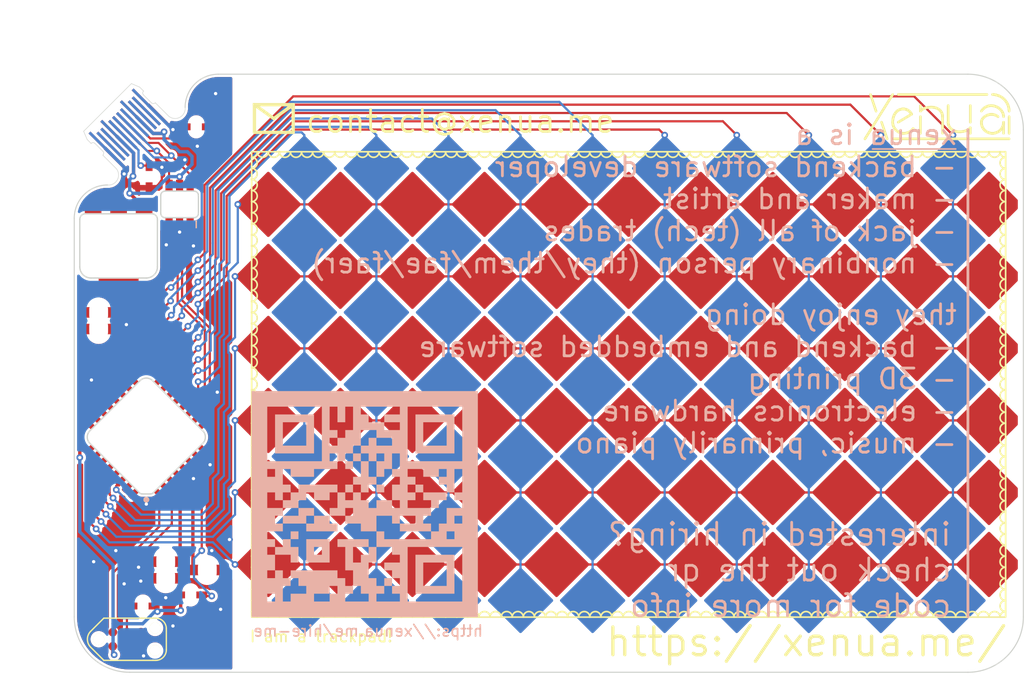
<source format=kicad_pcb>
(kicad_pcb (version 20211014) (generator pcbnew)

  (general
    (thickness 0.6)
  )

  (paper "A4")
  (layers
    (0 "F.Cu" signal)
    (31 "B.Cu" signal)
    (32 "B.Adhes" user "B.Adhesive")
    (33 "F.Adhes" user "F.Adhesive")
    (34 "B.Paste" user)
    (35 "F.Paste" user)
    (36 "B.SilkS" user "B.Silkscreen")
    (37 "F.SilkS" user "F.Silkscreen")
    (38 "B.Mask" user)
    (39 "F.Mask" user)
    (40 "Dwgs.User" user "User.Drawings")
    (41 "Cmts.User" user "User.Comments")
    (42 "Eco1.User" user "User.Eco1")
    (43 "Eco2.User" user "User.Eco2")
    (44 "Edge.Cuts" user)
    (45 "Margin" user)
    (46 "B.CrtYd" user "B.Courtyard")
    (47 "F.CrtYd" user "F.Courtyard")
    (48 "B.Fab" user)
    (49 "F.Fab" user)
    (50 "User.1" user)
    (51 "User.2" user)
    (52 "User.3" user)
    (53 "User.4" user)
    (54 "User.5" user)
    (55 "User.6" user)
    (56 "User.7" user)
    (57 "User.8" user)
    (58 "User.9" user)
  )

  (setup
    (stackup
      (layer "F.SilkS" (type "Top Silk Screen") (color "White"))
      (layer "F.Paste" (type "Top Solder Paste"))
      (layer "F.Mask" (type "Top Solder Mask") (color "Black") (thickness 0.01))
      (layer "F.Cu" (type "copper") (thickness 0.035))
      (layer "dielectric 1" (type "core") (thickness 0.51) (material "FR4") (epsilon_r 4.5) (loss_tangent 0.02))
      (layer "B.Cu" (type "copper") (thickness 0.035))
      (layer "B.Mask" (type "Bottom Solder Mask") (color "Black") (thickness 0.01))
      (layer "B.Paste" (type "Bottom Solder Paste"))
      (layer "B.SilkS" (type "Bottom Silk Screen") (color "White"))
      (copper_finish "HAL lead-free")
      (dielectric_constraints no)
    )
    (pad_to_mask_clearance 0)
    (pcbplotparams
      (layerselection 0x00010fc_ffffffff)
      (disableapertmacros false)
      (usegerberextensions false)
      (usegerberattributes true)
      (usegerberadvancedattributes true)
      (creategerberjobfile true)
      (svguseinch false)
      (svgprecision 6)
      (excludeedgelayer true)
      (plotframeref false)
      (viasonmask false)
      (mode 1)
      (useauxorigin false)
      (hpglpennumber 1)
      (hpglpenspeed 20)
      (hpglpendiameter 15.000000)
      (dxfpolygonmode true)
      (dxfimperialunits true)
      (dxfusepcbnewfont true)
      (psnegative false)
      (psa4output false)
      (plotreference true)
      (plotvalue true)
      (plotinvisibletext false)
      (sketchpadsonfab false)
      (subtractmaskfromsilk false)
      (outputformat 1)
      (mirror false)
      (drillshape 1)
      (scaleselection 1)
      (outputdirectory "")
    )
  )

  (net 0 "")
  (net 1 "GND")
  (net 2 "Net-(C2-Pad2)")
  (net 3 "+3V3")
  (net 4 "unconnected-(J1-PadB8)")
  (net 5 "/DM")
  (net 6 "/DP")
  (net 7 "Net-(J1-PadB5)")
  (net 8 "VBUS")
  (net 9 "Net-(J1-PadA5)")
  (net 10 "unconnected-(J1-PadA8)")
  (net 11 "/SWDIO")
  (net 12 "/RST")
  (net 13 "/SWCLK")
  (net 14 "unconnected-(J2-Pad6)")
  (net 15 "/USBD+")
  (net 16 "/USBD-")
  (net 17 "unconnected-(U3-Pad1)")
  (net 18 "unconnected-(U3-Pad2)")
  (net 19 "/Y0")
  (net 20 "/Y1")
  (net 21 "/Y2")
  (net 22 "/Y3")
  (net 23 "/Y4")
  (net 24 "/Y5")
  (net 25 "/X0")
  (net 26 "/X1")
  (net 27 "/X2")
  (net 28 "/X3")
  (net 29 "unconnected-(U3-Pad15)")
  (net 30 "unconnected-(U3-Pad16)")
  (net 31 "/X4")
  (net 32 "/X5")
  (net 33 "/X6")
  (net 34 "/X7")
  (net 35 "/X10")
  (net 36 "/X11")
  (net 37 "unconnected-(U3-Pad25)")
  (net 38 "unconnected-(U3-Pad27)")

  (footprint "xenua:SOT-223-3_TabPin2_MidMount" (layer "F.Cu") (at 104 115.5 -90))

  (footprint "xenua:SOT-23-6_MidMount" (layer "F.Cu") (at 109.5 111.75 90))

  (footprint "xenua:0603_1608Metric_Pad1.08x0.95mm_MidMount" (layer "F.Cu") (at 102.2 123))

  (footprint "xenua:sig-medium" (layer "F.Cu") (at 171.315002 105.834999))

  (footprint "xenua:0402_1005Metric_Pad0.74x0.62mm_MidMount" (layer "F.Cu") (at 106.2 148 180))

  (footprint "xenua:USB_C_PCB" (layer "F.Cu") (at 103 103 45))

  (footprint "xenua:0402_1005Metric_Pad0.74x0.62mm_MidMount" (layer "F.Cu") (at 111 104.75))

  (footprint "xenua:0603_1608Metric_Pad1.08x0.95mm_MidMount" (layer "F.Cu") (at 108.25 144 180))

  (footprint "xenua:0603_1608Metric_Pad1.08x0.95mm_MidMount" (layer "F.Cu") (at 102.2 121.5))

  (footprint "xenua:0603_1608Metric_Pad1.08x0.95mm_MidMount" (layer "F.Cu") (at 112 144.75 180))

  (footprint "xenua:LQFP-32_7x7mm_P0.8mm_midmount" (layer "F.Cu") (at 106.5 132.75 135))

  (footprint "xenua:0402_1005Metric_Pad0.74x0.62mm_MidMount" (layer "F.Cu") (at 110.5 147 180))

  (footprint "xenua:0402_1005Metric_Pad0.74x0.62mm_MidMount" (layer "F.Cu") (at 106.75 109.25 90))

  (footprint "xenua:0603_1608Metric_Pad1.08x0.95mm_MidMount" (layer "F.Cu") (at 108.25 145.5 180))

  (footprint "xenua:TC2030" (layer "F.Cu") (at 104.75 151))

  (gr_poly
    (pts
      (xy 130.772413 146.889654)
      (xy 130.772413 143.372413)
      (xy 131.475861 143.372413)
      (xy 131.475861 144.075862)
      (xy 131.475861 146.186207)
      (xy 133.586205 146.186207)
      (xy 133.586205 144.075862)
      (xy 131.475861 144.075862)
      (xy 131.475861 143.372413)
      (xy 134.289654 143.372413)
      (xy 134.289654 146.889654)
    ) (layer "B.SilkS") (width 0) (fill solid) (tstamp 1de57649-c458-48c6-919a-81197b6291b2))
  (gr_poly
    (pts
      (xy 118.110346 134.227587)
      (xy 118.110346 130.710346)
      (xy 118.813793 130.710346)
      (xy 118.813793 131.413795)
      (xy 118.813793 133.524139)
      (xy 120.924138 133.524139)
      (xy 120.924138 131.413795)
      (xy 118.813793 131.413795)
      (xy 118.813793 130.710346)
      (xy 121.627587 130.710346)
      (xy 121.627587 134.227587)
    ) (layer "B.SilkS") (width 0) (fill solid) (tstamp 24024531-fdbf-4c71-b8a2-0633f776f61a))
  (gr_poly
    (pts
      (xy 127.255172 137.744828)
      (xy 127.255172 137.04138)
      (xy 127.95862 137.04138)
      (xy 127.95862 137.744828)
    ) (layer "B.SilkS") (width 0) (fill solid) (tstamp 6c1923d3-2542-45b5-9107-6d71b77bc673))
  (gr_poly
    (pts
      (xy 120.924138 144.075862)
      (xy 120.924138 141.965518)
      (xy 121.627587 141.965518)
      (xy 121.627587 142.668966)
      (xy 121.627587 143.372413)
      (xy 122.331034 143.372413)
      (xy 122.331034 142.668966)
      (xy 121.627587 142.668966)
      (xy 121.627587 141.965518)
      (xy 123.034482 141.965518)
      (xy 123.034482 144.075862)
    ) (layer "B.SilkS") (width 0) (fill solid) (tstamp 806aaf2f-ef7f-4422-adb9-f027f0cefdb4))
  (gr_poly
    (pts
      (xy 119.517243 141.965518)
      (xy 119.517243 141.262069)
      (xy 120.22069 141.262069)
      (xy 120.22069 141.965518)
    ) (layer "B.SilkS") (width 0) (fill solid) (tstamp 864bd45d-6255-4fa5-88f1-38a25f945ead))
  (gr_line (start 180.6 105) (end 180.6 148.98) (layer "B.SilkS") (width 0.25) (tstamp 8fecaca3-348c-46fd-8131-f790b33d0973))
  (gr_line (start 179.5 106.75) (end 172 106.75) (layer "B.SilkS") (width 0.15) (tstamp b3501f82-0201-4d77-84df-7ef448dbf020))
  (gr_poly
    (pts
      (xy 130.772413 134.227587)
      (xy 130.772413 130.710346)
      (xy 131.475861 130.710346)
      (xy 131.475861 131.413795)
      (xy 131.475861 133.524139)
      (xy 133.586205 133.524139)
      (xy 133.586205 131.413795)
      (xy 131.475861 131.413795)
      (xy 131.475861 130.710346)
      (xy 134.289654 130.710346)
      (xy 134.289654 134.227587)
    ) (layer "B.SilkS") (width 0) (fill solid) (tstamp cc97ed5c-3760-4c40-a8f6-c8baed4748f1))
  (gr_poly
    (pts
      (xy 116 149)
      (xy 116 128.600002)
      (xy 117.406897 128.600002)
      (xy 117.406897 130.006898)
      (xy 117.406897 134.931036)
      (xy 117.406897 135.634484)
      (xy 117.406897 136.337932)
      (xy 117.406897 137.744828)
      (xy 117.406897 139.151725)
      (xy 118.110346 139.151725)
      (xy 118.110346 139.855173)
      (xy 118.110346 140.558621)
      (xy 118.813793 140.558621)
      (xy 118.813793 139.855173)
      (xy 118.110346 139.855173)
      (xy 118.110346 139.151725)
      (xy 118.813793 139.151725)
      (xy 118.813793 139.855173)
      (xy 120.22069 139.855173)
      (xy 120.22069 139.151725)
      (xy 118.813793 139.151725)
      (xy 118.813793 138.448276)
      (xy 118.110346 138.448276)
      (xy 118.110346 137.744828)
      (xy 117.406897 137.744828)
      (xy 117.406897 136.337932)
      (xy 118.110346 136.337932)
      (xy 118.110346 135.634484)
      (xy 117.406897 135.634484)
      (xy 117.406897 134.931036)
      (xy 122.331034 134.931036)
      (xy 122.331034 130.006898)
      (xy 117.406897 130.006898)
      (xy 117.406897 128.600002)
      (xy 123.034482 128.600002)
      (xy 123.034482 130.006898)
      (xy 123.034482 132.117243)
      (xy 123.034482 132.820691)
      (xy 123.034482 133.524139)
      (xy 123.034482 134.227587)
      (xy 123.034482 134.931036)
      (xy 123.737931 134.931036)
      (xy 123.737931 135.634484)
      (xy 121.627587 135.634484)
      (xy 121.627587 136.337932)
      (xy 119.517243 136.337932)
      (xy 119.517243 135.634484)
      (xy 118.813793 135.634484)
      (xy 118.813793 137.04138)
      (xy 118.813793 137.744828)
      (xy 118.813793 138.448276)
      (xy 119.517243 138.448276)
      (xy 119.517243 137.744828)
      (xy 118.813793 137.744828)
      (xy 118.813793 137.04138)
      (xy 119.517243 137.04138)
      (xy 119.517243 137.744828)
      (xy 120.22069 137.744828)
      (xy 120.22069 137.04138)
      (xy 120.924138 137.04138)
      (xy 120.924138 137.744828)
      (xy 120.924138 138.448276)
      (xy 120.22069 138.448276)
      (xy 120.22069 139.151725)
      (xy 120.924138 139.151725)
      (xy 120.924138 139.855173)
      (xy 120.924138 140.558621)
      (xy 121.627587 140.558621)
      (xy 121.627587 139.855173)
      (xy 120.924138 139.855173)
      (xy 120.924138 139.151725)
      (xy 121.627587 139.151725)
      (xy 121.627587 139.855173)
      (xy 123.034482 139.855173)
      (xy 123.034482 140.558621)
      (xy 123.737931 140.558621)
      (xy 123.737931 141.262069)
      (xy 120.924138 141.262069)
      (xy 120.924138 140.558621)
      (xy 118.813793 140.558621)
      (xy 118.813793 141.262069)
      (xy 117.406897 141.262069)
      (xy 117.406897 141.965518)
      (xy 117.406897 142.668966)
      (xy 117.406897 143.372413)
      (xy 117.406897 144.77931)
      (xy 117.406897 145.482757)
      (xy 117.406897 146.889654)
      (xy 117.406897 147.593103)
      (xy 118.110346 147.593103)
      (xy 118.110346 146.889654)
      (xy 117.406897 146.889654)
      (xy 117.406897 145.482757)
      (xy 118.110346 145.482757)
      (xy 118.110346 144.77931)
      (xy 117.406897 144.77931)
      (xy 117.406897 143.372413)
      (xy 118.110346 143.372413)
      (xy 118.110346 142.668966)
      (xy 117.406897 142.668966)
      (xy 117.406897 141.965518)
      (xy 118.110346 141.965518)
      (xy 118.110346 142.668966)
      (xy 118.813793 142.668966)
      (xy 118.813793 141.965518)
      (xy 119.517243 141.965518)
      (xy 119.517243 142.668966)
      (xy 120.22069 142.668966)
      (xy 120.22069 144.075862)
      (xy 119.517243 144.075862)
      (xy 119.517243 143.372413)
      (xy 118.110346 143.372413)
      (xy 118.110346 144.77931)
      (xy 118.813793 144.77931)
      (xy 118.813793 145.482757)
      (xy 119.517243 145.482757)
      (xy 119.517243 146.186207)
      (xy 118.813793 146.186207)
      (xy 118.813793 147.593103)
      (xy 119.517243 147.593103)
      (xy 119.517243 146.889654)
      (xy 120.924138 146.889654)
      (xy 120.924138 146.186207)
      (xy 120.22069 146.186207)
      (xy 120.22069 145.482757)
      (xy 119.517243 145.482757)
      (xy 119.517243 144.77931)
      (xy 121.627587 144.77931)
      (xy 121.627587 146.889654)
      (xy 121.627587 147.593103)
      (xy 123.034482 147.593103)
      (xy 123.034482 146.889654)
      (xy 121.627587 146.889654)
      (xy 121.627587 144.77931)
      (xy 123.034482 144.77931)
      (xy 123.034482 146.186207)
      (xy 123.034482 146.889654)
      (xy 123.737931 146.889654)
      (xy 123.737931 146.186207)
      (xy 123.034482 146.186207)
      (xy 123.034482 144.77931)
      (xy 123.737931 144.77931)
      (xy 123.737931 145.482757)
      (xy 124.441379 145.482757)
      (xy 124.441379 146.186207)
      (xy 125.144827 146.186207)
      (xy 125.144827 146.889654)
      (xy 124.441379 146.889654)
      (xy 124.441379 147.593103)
      (xy 126.551724 147.593103)
      (xy 126.551724 146.889654)
      (xy 125.848275 146.889654)
      (xy 125.848275 146.186207)
      (xy 125.144827 146.186207)
      (xy 125.144827 144.77931)
      (xy 124.441379 144.77931)
      (xy 124.441379 142.668966)
      (xy 123.737931 142.668966)
      (xy 123.737931 141.965518)
      (xy 125.144827 141.965518)
      (xy 125.144827 142.668966)
      (xy 125.144827 144.075862)
      (xy 125.848275 144.075862)
      (xy 125.848275 143.372413)
      (xy 126.551724 143.372413)
      (xy 126.551724 142.668966)
      (xy 125.144827 142.668966)
      (xy 125.144827 141.965518)
      (xy 126.551724 141.965518)
      (xy 126.551724 142.668966)
      (xy 127.255172 142.668966)
      (xy 127.255172 144.075862)
      (xy 126.551724 144.075862)
      (xy 126.551724 145.482757)
      (xy 127.255172 145.482757)
      (xy 127.255172 146.186207)
      (xy 127.95862 146.186207)
      (xy 127.95862 146.889654)
      (xy 127.255172 146.889654)
      (xy 127.255172 147.593103)
      (xy 129.365516 147.593103)
      (xy 129.365516 146.889654)
      (xy 128.662068 146.889654)
      (xy 128.662068 146.186207)
      (xy 127.95862 146.186207)
      (xy 127.95862 145.482757)
      (xy 128.662068 145.482757)
      (xy 128.662068 146.186207)
      (xy 129.365516 146.186207)
      (xy 129.365516 145.482757)
      (xy 128.662068 145.482757)
      (xy 128.662068 144.77931)
      (xy 127.95862 144.77931)
      (xy 127.95862 144.075862)
      (xy 129.365516 144.075862)
      (xy 129.365516 143.372413)
      (xy 128.662068 143.372413)
      (xy 128.662068 142.668966)
      (xy 127.255172 142.668966)
      (xy 127.255172 141.262069)
      (xy 125.848275 141.262069)
      (xy 125.848275 140.558621)
      (xy 124.441379 140.558621)
      (xy 124.441379 139.855173)
      (xy 123.034482 139.855173)
      (xy 123.034482 139.151725)
      (xy 123.737931 139.151725)
      (xy 123.737931 137.744828)
      (xy 123.034482 137.744828)
      (xy 123.034482 138.448276)
      (xy 121.627587 138.448276)
      (xy 121.627587 137.744828)
      (xy 120.924138 137.744828)
      (xy 120.924138 137.04138)
      (xy 123.737931 137.04138)
      (xy 123.737931 137.744828)
      (xy 124.441379 137.744828)
      (xy 124.441379 138.448276)
      (xy 124.441379 139.151725)
      (xy 124.441379 139.855173)
      (xy 125.144827 139.855173)
      (xy 125.144827 139.151725)
      (xy 124.441379 139.151725)
      (xy 124.441379 138.448276)
      (xy 125.144827 138.448276)
      (xy 125.144827 137.744828)
      (xy 124.441379 137.744828)
      (xy 124.441379 137.04138)
      (xy 125.144827 137.04138)
      (xy 125.144827 137.744828)
      (xy 125.848275 137.744828)
      (xy 125.848275 137.04138)
      (xy 125.144827 137.04138)
      (xy 125.144827 136.337932)
      (xy 125.848275 136.337932)
      (xy 125.848275 134.931036)
      (xy 125.144827 134.931036)
      (xy 125.144827 135.634484)
      (xy 124.441379 135.634484)
      (xy 124.441379 134.931036)
      (xy 123.737931 134.931036)
      (xy 123.737931 134.227587)
      (xy 123.034482 134.227587)
      (xy 123.034482 133.524139)
      (xy 123.737931 133.524139)
      (xy 123.737931 132.820691)
      (xy 123.034482 132.820691)
      (xy 123.034482 132.117243)
      (xy 123.737931 132.117243)
      (xy 123.737931 132.820691)
      (xy 124.441379 132.820691)
      (xy 124.441379 134.227587)
      (xy 124.441379 134.931036)
      (xy 125.144827 134.931036)
      (xy 125.144827 134.227587)
      (xy 124.441379 134.227587)
      (xy 124.441379 132.820691)
      (xy 124.441379 132.117243)
      (xy 125.144827 132.117243)
      (xy 125.144827 133.524139)
      (xy 125.144827 134.227587)
      (xy 125.848275 134.227587)
      (xy 125.848275 134.931036)
      (xy 126.551724 134.931036)
      (xy 126.551724 136.337932)
      (xy 127.255172 136.337932)
      (xy 127.255172 134.931036)
      (xy 126.551724 134.931036)
      (xy 126.551724 134.227587)
      (xy 125.848275 134.227587)
      (xy 125.848275 133.524139)
      (xy 125.144827 133.524139)
      (xy 125.144827 132.117243)
      (xy 125.144827 130.006898)
      (xy 124.441379 130.006898)
      (xy 124.441379 131.413795)
      (xy 123.737931 131.413795)
      (xy 123.737931 130.006898)
      (xy 123.034482 130.006898)
      (xy 123.034482 128.600002)
      (xy 125.848275 128.600002)
      (xy 125.848275 130.006898)
      (xy 125.848275 130.710346)
      (xy 125.848275 132.117243)
      (xy 125.848275 133.524139)
      (xy 126.551724 133.524139)
      (xy 126.551724 132.820691)
      (xy 127.255172 132.820691)
      (xy 127.255172 133.524139)
      (xy 127.255172 134.227587)
      (xy 127.255172 134.931036)
      (xy 127.95862 134.931036)
      (xy 127.95862 135.634484)
      (xy 127.95862 136.337932)
      (xy 127.255172 136.337932)
      (xy 127.255172 137.04138)
      (xy 126.551724 137.04138)
      (xy 126.551724 137.744828)
      (xy 125.848275 137.744828)
      (xy 125.848275 138.448276)
      (xy 126.551724 138.448276)
      (xy 126.551724 139.151725)
      (xy 127.255172 139.151725)
      (xy 127.255172 139.855173)
      (xy 127.255172 141.262069)
      (xy 127.95862 141.262069)
      (xy 127.95862 141.965518)
      (xy 130.068964 141.965518)
      (xy 130.068964 142.668966)
      (xy 130.068964 147.593103)
      (xy 134.993102 147.593103)
      (xy 134.993102 142.668966)
      (xy 130.068964 142.668966)
      (xy 130.068964 141.965518)
      (xy 132.179309 141.965518)
      (xy 132.179309 141.262069)
      (xy 129.365516 141.262069)
      (xy 129.365516 140.558621)
      (xy 128.662068 140.558621)
      (xy 128.662068 139.855173)
      (xy 127.255172 139.855173)
      (xy 127.255172 139.151725)
      (xy 127.255172 138.448276)
      (xy 128.662068 138.448276)
      (xy 128.662068 139.151725)
      (xy 129.365516 139.151725)
      (xy 129.365516 139.855173)
      (xy 129.365516 140.558621)
      (xy 130.772413 140.558621)
      (xy 130.772413 139.855173)
      (xy 129.365516 139.855173)
      (xy 129.365516 139.151725)
      (xy 129.365516 138.448276)
      (xy 128.662068 138.448276)
      (xy 128.662068 137.04138)
      (xy 129.365516 137.04138)
      (xy 129.365516 136.337932)
      (xy 128.662068 136.337932)
      (xy 128.662068 135.634484)
      (xy 127.95862 135.634484)
      (xy 127.95862 134.931036)
      (xy 127.95862 134.227587)
      (xy 127.255172 134.227587)
      (xy 127.255172 133.524139)
      (xy 128.662068 133.524139)
      (xy 128.662068 134.227587)
      (xy 128.662068 135.634484)
      (xy 129.365516 135.634484)
      (xy 129.365516 134.227587)
      (xy 128.662068 134.227587)
      (xy 128.662068 133.524139)
      (xy 128.662068 132.820691)
      (xy 127.255172 132.820691)
      (xy 127.255172 132.117243)
      (xy 125.848275 132.117243)
      (xy 125.848275 130.710346)
      (xy 126.551724 130.710346)
      (xy 126.551724 131.413795)
      (xy 127.95862 131.413795)
      (xy 127.95862 132.117243)
      (xy 129.365516 132.117243)
      (xy 129.365516 131.413795)
      (xy 127.95862 131.413795)
      (xy 127.95862 130.710346)
      (xy 129.365516 130.710346)
      (xy 129.365516 130.006898)
      (xy 125.848275 130.006898)
      (xy 125.848275 128.600002)
      (xy 130.068964 128.600002)
      (xy 130.068964 130.006898)
      (xy 130.068964 134.931036)
      (xy 130.068964 135.634484)
      (xy 130.068964 136.337932)
      (xy 130.068964 137.04138)
      (xy 130.068964 137.744828)
      (xy 130.772413 137.744828)
      (xy 130.772413 138.448276)
      (xy 130.068964 138.448276)
      (xy 130.068964 139.151725)
      (xy 132.179309 139.151725)
      (xy 132.179309 138.448276)
      (xy 131.475861 138.448276)
      (xy 131.475861 137.744828)
      (xy 130.772413 137.744828)
      (xy 130.772413 137.04138)
      (xy 130.068964 137.04138)
      (xy 130.068964 136.337932)
      (xy 130.772413 136.337932)
      (xy 130.772413 137.04138)
      (xy 131.475861 137.04138)
      (xy 131.475861 137.744828)
      (xy 133.586205 137.744828)
      (xy 133.586205 138.448276)
      (xy 132.882757 138.448276)
      (xy 132.882757 139.151725)
      (xy 132.179309 139.151725)
      (xy 132.179309 139.855173)
      (xy 131.475861 139.855173)
      (xy 131.475861 140.558621)
      (xy 132.179309 140.558621)
      (xy 132.179309 141.262069)
      (xy 132.882757 141.262069)
      (xy 132.882757 140.558621)
      (xy 133.586205 140.558621)
      (xy 133.586205 141.262069)
      (xy 133.586205 141.965518)
      (xy 134.289654 141.965518)
      (xy 134.289654 141.262069)
      (xy 133.586205 141.262069)
      (xy 133.586205 140.558621)
      (xy 133.586205 139.151725)
      (xy 134.289654 139.151725)
      (xy 134.289654 139.855173)
      (xy 134.289654 140.558621)
      (xy 134.993102 140.558621)
      (xy 134.993102 139.855173)
      (xy 134.289654 139.855173)
      (xy 134.289654 139.151725)
      (xy 134.993102 139.151725)
      (xy 134.993102 138.448276)
      (xy 134.289654 138.448276)
      (xy 134.289654 137.744828)
      (xy 133.586205 137.744828)
      (xy 133.586205 137.04138)
      (xy 132.882757 137.04138)
      (xy 132.882757 136.337932)
      (xy 131.475861 136.337932)
      (xy 131.475861 135.634484)
      (xy 130.068964 135.634484)
      (xy 130.068964 134.931036)
      (xy 132.882757 134.931036)
      (xy 132.882757 135.634484)
      (xy 132.882757 136.337932)
      (xy 133.586205 136.337932)
      (xy 133.586205 135.634484)
      (xy 132.882757 135.634484)
      (xy 132.882757 134.931036)
      (xy 134.289654 134.931036)
      (xy 134.289654 135.634484)
      (xy 134.289654 137.744828)
      (xy 134.993102 137.744828)
      (xy 134.993102 135.634484)
      (xy 134.289654 135.634484)
      (xy 134.289654 134.931036)
      (xy 134.993102 134.931036)
      (xy 134.993102 130.006898)
      (xy 130.068964 130.006898)
      (xy 130.068964 128.600002)
      (xy 136.399998 128.600002)
      (xy 136.399998 149)
    ) (layer "B.SilkS") (width 0) (fill solid) (tstamp e7244fe7-b001-4633-b32f-5ac4badf934a))
  (gr_arc (start 116 139.5) (mid 116.5 140) (end 116 140.5) (layer "F.SilkS") (width 0.15) (tstamp 008a57b5-5c0e-46bf-a1db-1a7488d57d68))
  (gr_arc (start 159.5 149) (mid 160 148.5) (end 160.5 149) (layer "F.SilkS") (width 0.15) (tstamp 022c332a-df81-4108-91c0-167db128dd1e))
  (gr_arc locked (start 117.5 107) (mid 117 107.5) (end 116.5 107) (layer "F.SilkS") (width 0.15) (tstamp 025c5909-59c3-4b6e-8db4-f88475d8ab22))
  (gr_arc (start 116 135.5) (mid 116.5 136) (end 116 136.5) (layer "F.SilkS") (width 0.15) (tstamp 02ad0fbe-ee08-4533-bda6-5c47e76d33f5))
  (gr_arc (start 138.5 149) (mid 139 148.5) (end 139.5 149) (layer "F.SilkS") (width 0.15) (tstamp 04552b43-2213-4d6e-a797-e237bdca0f23))
  (gr_arc (start 184 109.5) (mid 183.5 109) (end 184 108.5) (layer "F.SilkS") (width 0.15) (tstamp 0969ab98-369d-43e9-9461-35c3f7a77b31))
  (gr_arc locked (start 179.5 107) (mid 179 107.5) (end 178.5 107) (layer "F.SilkS") (width 0.15) (tstamp 09f4594a-e59d-4f10-af7b-823f8d694819))
  (gr_arc (start 180.5 149) (mid 181 148.5) (end 181.5 149) (layer "F.SilkS") (width 0.15) (tstamp 09f990ca-3fe7-44ce-928a-791f58b848e6))
  (gr_arc (start 133.5 149) (mid 134 148.5) (end 134.5 149) (layer "F.SilkS") (width 0.15) (tstamp 0be2209f-dbfa-4850-ba99-be6ec8ce4396))
  (gr_arc locked (start 165.5 107) (mid 165 107.5) (end 164.5 107) (layer "F.SilkS") (width 0.15) (tstamp 0cc312d2-99b4-4009-a67b-781385dc782e))
  (gr_arc (start 165.5 149) (mid 166 148.5) (end 166.5 149) (layer "F.SilkS") (width 0.15) (tstamp 110bd742-7d8a-40fb-9d6e-6b4bc5e0b6f8))
  (gr_arc locked (start 147.5 107) (mid 147 107.5) (end 146.5 107) (layer "F.SilkS") (width 0.15) (tstamp 137296bf-9b96-49aa-bc1a-df611e3f1e1e))
  (gr_arc (start 181.5 149) (mid 182 148.5) (end 182.5 149) (layer "F.SilkS") (width 0.15) (tstamp 139b3779-61d6-4f88-9a7e-814dea295eb0))
  (gr_arc locked (start 143.5 107) (mid 143 107.5) (end 142.5 107) (layer "F.SilkS") (width 0.15) (tstamp 1571552e-0979-4fbc-a831-aa4f16a47c1e))
  (gr_line (start 119.75 102.75) (end 118 104) (layer "F.SilkS") (width 0.3) (tstamp 17c31e22-52e9-4d92-92dc-6367e41b9ce7))
  (gr_arc locked (start 182.5 107) (mid 182 107.5) (end 181.5 107) (layer "F.SilkS") (width 0.15) (tstamp 17f5369b-ae5c-4d43-a78e-cbfc39140012))
  (gr_arc (start 116 117.5) (mid 116.5 118) (end 116 118.5) (layer "F.SilkS") (width 0.15) (tstamp 198c2bd4-bbff-4f41-a822-f04ff3c84a48))
  (gr_arc (start 184 137.5) (mid 183.5 137) (end 184 136.5) (layer "F.SilkS") (width 0.15) (tstamp 1aa9ea18-1613-492a-b638-447198d55ba7))
  (gr_arc locked (start 169.5 107) (mid 169 107.5) (end 168.5 107) (layer "F.SilkS") (width 0.15) (tstamp 1c64a59e-63bb-47b8-8d4c-411182b1f911))
  (gr_arc locked (start 184 107.5) (mid 183.646447 107.353553) (end 183.5 107) (layer "F.SilkS") (width 0.15) (tstamp 1c99e339-0c09-45da-ba06-06d1be99e812))
  (gr_arc (start 136.5 149) (mid 137 148.5) (end 137.5 149) (layer "F.SilkS") (width 0.15) (tstamp 1cb0dcc1-d6a1-4dcb-bc05-a60fb2bccea4))
  (gr_arc locked (start 154.5 107) (mid 154 107.5) (end 153.5 107) (layer "F.SilkS") (width 0.15) (tstamp 1d4e246c-dae5-4e1f-9a75-2c353d7855a8))
  (gr_arc (start 116 138.5) (mid 116.5 139) (end 116 139.5) (layer "F.SilkS") (width 0.15) (tstamp 1e312f56-c058-4ec0-8dfd-52dd450b425d))
  (gr_arc (start 137.5 149) (mid 138 148.5) (end 138.5 149) (layer "F.SilkS") (width 0.15) (tstamp 1f6b57ac-94ec-43a0-b4eb-de49b95b824b))
  (gr_arc (start 117.5 149) (mid 118 148.5) (end 118.5 149) (layer "F.SilkS") (width 0.15) (tstamp 1fc11096-f195-4bc4-9d64-a40902135d93))
  (gr_arc (start 160.5 149) (mid 161 148.5) (end 161.5 149) (layer "F.SilkS") (width 0.15) (tstamp 215b90e4-fdef-41f0-9fcf-89157b9f92b2))
  (gr_arc (start 184 134.5) (mid 183.5 134) (end 184 133.5) (layer "F.SilkS") (width 0.15) (tstamp 21ddb76f-da2e-4e17-95ff-4de4e345cf63))
  (gr_arc locked (start 160.5 107) (mid 160 107.5) (end 159.5 107) (layer "F.SilkS") (width 0.15) (tstamp 23830658-da56-48b1-8f2f-102b65d1ce92))
  (gr_arc (start 176.5 149) (mid 177 148.5) (end 177.5 149) (layer "F.SilkS") (width 0.15) (tstamp 23e65c19-3e78-45a6-9527-d0fdbe93db7b))
  (gr_arc (start 141.5 149) (mid 142 148.5) (end 142.5 149) (layer "F.SilkS") (width 0.15) (tstamp 24053fe5-0861-4308-9b6e-37718c8807ad))
  (gr_arc (start 134.5 149) (mid 135 148.5) (end 135.5 149) (layer "F.SilkS") (width 0.15) (tstamp 240ba213-fab2-4ec8-badb-76aa82a7eb1d))
  (gr_arc (start 161.5 149) (mid 162 148.5) (end 162.5 149) (layer "F.SilkS") (width 0.15) (tstamp 247cba40-aad9-41c3-bedd-5d91339d00ef))
  (gr_arc (start 116 121.5) (mid 116.5 122) (end 116 122.5) (layer "F.SilkS") (width 0.15) (tstamp 24deeb96-5729-4d9b-97e5-cc1a187c72a3))
  (gr_arc (start 184 113.5) (mid 183.5 113) (end 184 112.5) (layer "F.SilkS") (width 0.15) (tstamp 24fd74cb-a520-43bb-ae52-55327428d871))
  (gr_arc locked (start 168.5 107) (mid 168 107.5) (end 167.5 107) (layer "F.SilkS") (width 0.15) (tstamp 259dcf64-6849-45ad-ab5a-a6a39fa6fdcb))
  (gr_arc (start 116 119.5) (mid 116.5 120) (end 116 120.5) (layer "F.SilkS") (width 0.15) (tstamp 25a1a51b-9a62-4734-a75d-852bc7c39cf6))
  (gr_arc locked (start 175.5 107) (mid 175 107.5) (end 174.5 107) (layer "F.SilkS") (width 0.15) (tstamp 26697a7f-67bb-4248-92d2-d4a3f2e987fc))
  (gr_arc (start 121.5 149) (mid 122 148.5) (end 122.5 149) (layer "F.SilkS") (width 0.15) (tstamp 27b32c53-6c2e-4e48-b561-d82685e444c8))
  (gr_arc (start 182.5 149) (mid 183 148.5) (end 183.5 149) (layer "F.SilkS") (width 0.15) (tstamp 2921c07f-9cf6-4352-9804-fc248b043f7a))
  (gr_arc (start 152.5 149) (mid 153 148.5) (end 153.5 149) (layer "F.SilkS") (width 0.15) (tstamp 295f0b1d-e5e4-4584-8217-0b1aea3121ae))
  (gr_arc (start 184 129.5) (mid 183.5 129) (end 184 128.5) (layer "F.SilkS") (width 0.15) (tstamp 297f5178-4be8-4a1a-87d9-fcf7039ddcd3))
  (gr_arc (start 184 148.5) (mid 183.5 148) (end 184 147.5) (layer "F.SilkS") (width 0.15) (tstamp 2d4154c2-18be-49cf-a359-7a5bd56cd0f2))
  (gr_arc locked (start 163.5 107) (mid 163 107.5) (end 162.5 107) (layer "F.SilkS") (width 0.15) (tstamp 2ecea752-9792-4722-891a-b3cd7d293cbc))
  (gr_arc locked (start 177.5 107) (mid 177 107.5) (end 176.5 107) (layer "F.SilkS") (width 0.15) (tstamp 2f598765-777c-4779-8b15-ed8c32648edb))
  (gr_arc (start 184 128.5) (mid 183.5 128) (end 184 127.5) (layer "F.SilkS") (width 0.15) (tstamp 30831b16-8fd8-41a8-b9b6-2fa050b6422e))
  (gr_arc (start 124.5 149) (mid 125 148.5) (end 125.5 149) (layer "F.SilkS") (width 0.15) (tstamp 33ed209c-5a31-4554-8e80-46ce5a59986c))
  (gr_arc (start 166.5 149) (mid 167 148.5) (end 167.5 149) (layer "F.SilkS") (width 0.15) (tstamp 34f471c2-1d58-41f7-ab68-72c46c6b1445))
  (gr_arc (start 148.5 149) (mid 149 148.5) (end 149.5 149) (layer "F.SilkS") (width 0.15) (tstamp 35598f7d-1f66-4a29-b275-783aae7d2369))
  (gr_arc (start 116 109.5) (mid 116.5 110) (end 116 110.5) (layer "F.SilkS") (width 0.15) (tstamp 3809427f-b179-444a-867e-201b12cce7eb))
  (gr_arc locked (start 157.5 107) (mid 157 107.5) (end 156.5 107) (layer "F.SilkS") (width 0.15) (tstamp 390f06ab-558d-452b-a8ab-dc27fd7fc295))
  (gr_arc (start 116 125.5) (mid 116.5 126) (end 116 126.5) (layer "F.SilkS") (width 0.15) (tstamp 3a86334e-73c2-4947-b5b2-c8d31c368579))
  (gr_arc (start 184 119.5) (mid 183.5 119) (end 184 118.5) (layer "F.SilkS") (width 0.15) (tstamp 3c077c78-0851-49dc-a6df-2361852da93a))
  (gr_arc (start 129.5 149) (mid 130 148.5) (end 130.5 149) (layer "F.SilkS") (width 0.15) (tstamp 40c181b9-69e1-492d-a95e-4f94b2c1c460))
  (gr_arc (start 120.5 149) (mid 121 148.5) (end 121.5 149) (layer "F.SilkS") (width 0.15) (tstamp 41f8c72f-974c-48bb-9e6b-bbcf760c1da1))
  (gr_arc (start 184 124.5) (mid 183.5 124) (end 184 123.5) (layer "F.SilkS") (width 0.15) (tstamp 4240b016-7ab3-412e-b440-ae53ed7d8587))
  (gr_arc (start 184 143.5) (mid 183.5 143) (end 184 142.5) (layer "F.SilkS") (width 0.15) (tstamp 424dce41-a2b4-41a5-ae06-725f30c747c7))
  (gr_arc locked (start 130.5 107) (mid 130 107.5) (end 129.5 107) (layer "F.SilkS") (width 0.15) (tstamp 428ca7bb-c996-41e0-ac86-08438aa2cb08))
  (gr_arc (start 144.5 149) (mid 145 148.5) (end 145.5 149) (layer "F.SilkS") (width 0.15) (tstamp 450ac44d-b8ea-4d30-9eba-b5f16fb40a35))
  (gr_arc (start 184 115.5) (mid 183.5 115) (end 184 114.5) (layer "F.SilkS") (width 0.15) (tstamp 46dddd88-aef5-4496-b1fd-7bdb9398fe9f))
  (gr_arc locked (start 118.5 107) (mid 118 107.5) (end 117.5 107) (layer "F.SilkS") (width 0.15) (tstamp 46f8094c-add8-4cfc-b087-52484dff67bd))
  (gr_arc locked (start 134.5 107) (mid 134 107.5) (end 133.5 107) (layer "F.SilkS") (width 0.15) (tstamp 48d5db77-9691-419e-be4f-7c05a68cfe24))
  (gr_arc (start 151.5 149) (mid 152 148.5) (end 152.5 149) (layer "F.SilkS") (width 0.15) (tstamp 4b654a41-d130-421d-80bc-783b29f4b389))
  (gr_arc (start 116 131.5) (mid 116.5 132) (end 116 132.5) (layer "F.SilkS") (width 0.15) (tstamp 4ccc3eb5-2ca3-40d1-acee-db67cfa355c0))
  (gr_arc locked (start 132.5 107) (mid 132 107.5) (end 131.5 107) (layer "F.SilkS") (width 0.15) (tstamp 5146731d-a9b8-4876-80ab-de63006baed3))
  (gr_arc (start 116 118.5) (mid 116.5 119) (end 116 119.5) (layer "F.SilkS") (width 0.15) (tstamp 52d7c97a-00f4-4a9a-ba51-1a4114123363))
  (gr_arc (start 162.5 149) (mid 163 148.5) (end 163.5 149) (layer "F.SilkS") (width 0.15) (tstamp 5329fbb3-3fd3-4a04-b153-fdc88a10b5f1))
  (gr_arc locked (start 172.5 107) (mid 172 107.5) (end 171.5 107) (layer "F.SilkS") (width 0.15) (tstamp 53c10911-45d0-4925-90b9-879e2681aefe))
  (gr_arc (start 116 137.5) (mid 116.5 138) (end 116 138.5) (layer "F.SilkS") (width 0.15) (tstamp 53e49c37-d044-4bbc-ab51-da25f043b58d))
  (gr_arc locked (start 156.5 107) (mid 156 107.5) (end 155.5 107) (layer "F.SilkS") (width 0.15) (tstamp 5559bca7-0dc6-43ea-8deb-4e84a9a7981d))
  (gr_arc locked (start 159.5 107) (mid 159 107.5) (end 158.5 107) (layer "F.SilkS") (width 0.15) (tstamp 558a4650-5f77-47f7-a136-c95838b9e605))
  (gr_arc (start 116 145.5) (mid 116.5 146) (end 116 146.5) (layer "F.SilkS") (width 0.15) (tstamp 55abc50c-544b-4aaf-a017-cc6074894c4e))
  (gr_arc (start 184 141.5) (mid 183.5 141) (end 184 140.5) (layer "F.SilkS") (width 0.15) (tstamp 5665a11f-a495-4b21-9b3c-b252a8cd4007))
  (gr_arc (start 116 113.5) (mid 116.5 114) (end 116 114.5) (layer "F.SilkS") (width 0.15) (tstamp 56694fc7-70d9-4922-8fbd-84759df0c183))
  (gr_arc (start 153.5 149) (mid 154 148.5) (end 154.5 149) (layer "F.SilkS") (width 0.15) (tstamp 570ee9c1-5e9a-4824-833d-883d6b98a8ef))
  (gr_arc (start 177.5 149) (mid 178 148.5) (end 178.5 149) (layer "F.SilkS") (width 0.15) (tstamp 57135367-88a2-4532-9749-e06b29aa3cbf))
  (gr_arc (start 116 110.5) (mid 116.5 111) (end 116 111.5) (layer "F.SilkS") (width 0.15) (tstamp 5bee9604-6d7a-4559-8e3c-161e0c2ae5ac))
  (gr_arc (start 172.5 149) (mid 173 148.5) (end 173.5 149) (layer "F.SilkS") (width 0.15) (tstamp 5cbdea87-bf9f-4955-9d83-bc5483a902c4))
  (gr_arc locked (start 149.5 107) (mid 149 107.5) (end 148.5 107) (layer "F.SilkS") (width 0.15) (tstamp 5cbdf913-9bc6-4777-b02c-eb4e1068e73f))
  (gr_arc locked (start 178.5 107) (mid 178 107.5) (end 177.5 107) (layer "F.SilkS") (width 0.15) (tstamp 5d29a73a-3e06-43ef-89ca-f5113cf87928))
  (gr_arc locked (start 158.5 107) (mid 158 107.5) (end 157.5 107) (layer "F.SilkS") (width 0.15) (tstamp 625f32f9-fc1e-4201-aec4-f363e86aff85))
  (gr_arc (start 184 127.5) (mid 183.5 127) (end 184 126.5) (layer "F.SilkS") (width 0.15) (tstamp 62d7e132-2cbd-4f61-b4b6-7e6f66dd04f0))
  (gr_arc locked (start 183.5 107) (mid 183 107.5) (end 182.5 107) (layer "F.SilkS") (width 0.15) (tstamp 64b3b1e6-c26d-42df-9183-42a96631e6f8))
  (gr_arc (start 179.5 149) (mid 180 148.5) (end 180.5 149) (layer "F.SilkS") (width 0.15) (tstamp 64ec5976-6726-4b0b-b3ef-dfab993e47c0))
  (gr_arc (start 116 130.5) (mid 116.5 131) (end 116 131.5) (layer "F.SilkS") (width 0.15) (tstamp 65ad0cc1-46ef-404a-9fac-5ef6e8e038ee))
  (gr_arc locked (start 123.5 107) (mid 123 107.5) (end 122.5 107) (layer "F.SilkS") (width 0.15) (tstamp 66116c00-f851-4624-81c0-96e3f11ab628))
  (gr_arc (start 122.5 149) (mid 123 148.5) (end 123.5 149) (layer "F.SilkS") (width 0.15) (tstamp 66c27c8b-3cad-4a2c-a4d6-82cc45cca65e))
  (gr_arc (start 158.5 149) (mid 159 148.5) (end 159.5 149) (layer "F.SilkS") (width 0.15) (tstamp 67b65338-cd82-4663-ab45-15b196c0ad16))
  (gr_arc locked (start 153.5 107) (mid 153 107.5) (end 152.5 107) (layer "F.SilkS") (width 0.15) (tstamp 6a85d245-3010-42e0-b3bd-176e8c7f8efb))
  (gr_arc (start 184 133.5) (mid 183.5 133) (end 184 132.5) (layer "F.SilkS") (width 0.15) (tstamp 6ec6eb59-abaf-4939-84ea-c870ce12d8e2))
  (gr_arc (start 155.5 149) (mid 156 148.5) (end 156.5 149) (layer "F.SilkS") (width 0.15) (tstamp 7016a5aa-e24a-47a0-a2d3-a2af29c89184))
  (gr_arc (start 147.5 149) (mid 148 148.5) (end 148.5 149) (layer "F.SilkS") (width 0.15) (tstamp 7095e68d-d1a3-4a0f-82d6-b9e123949849))
  (gr_arc (start 116.5 149) (mid 117 148.5) (end 117.5 149) (layer "F.SilkS") (width 0.15) (tstamp 710d72d1-cd78-4a3e-acd8-f4456a2b9445))
  (gr_arc locked (start 131.5 107) (mid 131 107.5) (end 130.5 107) (layer "F.SilkS") (width 0.15) (tstamp 73a70385-8ce9-4cde-a206-d662c77f5ceb))
  (gr_arc (start 184 120.5) (mid 183.5 120) (end 184 119.5) (layer "F.SilkS") (width 0.15) (tstamp 7a7afc79-11ea-40ba-917b-049054105749))
  (gr_arc locked (start 120.5 107) (mid 120 107.5) (end 119.5 107) (layer "F.SilkS") (width 0.15) (tstamp 7b96a257-797c-4f4a-b3dd-5b1e0a007ed7))
  (gr_arc (start 157.5 149) (mid 158 148.5) (end 158.5 149) (layer "F.SilkS") (width 0.15) (tstamp 7ef6bb16-d16a-4844-8e41-4156b4aba6e4))
  (gr_arc (start 131.5 149) (mid 132 148.5) (end 132.5 149) (layer "F.SilkS") (width 0.15) (tstamp 7f368547-739f-4d87-9e9f-80989ba29e8f))
  (gr_arc (start 168.5 149) (mid 169 148.5) (end 169.5 149) (layer "F.SilkS") (width 0.15) (tstamp 80537f0b-51ec-4874-8476-9a8580bf51d4))
  (gr_arc locked (start 139.5 107) (mid 139 107.5) (end 138.5 107) (layer "F.SilkS") (width 0.15) (tstamp 816ddb38-0113-40ce-a204-d14d756fc97c))
  (gr_arc (start 150.5 149) (mid 151 148.5) (end 151.5 149) (layer "F.SilkS") (width 0.15) (tstamp 81a258eb-c45c-4afa-93c8-2d30df27067c))
  (gr_arc (start 116 133.5) (mid 116.5 134) (end 116 134.5) (layer "F.SilkS") (width 0.15) (tstamp 8253b09a-4533-4264-b257-f542de61db0b))
  (gr_arc (start 116 116.5) (mid 116.5 117) (end 116 117.5) (layer "F.SilkS") (width 0.15) (tstamp 82c8fb85-eabc-46b1-959c-bb7167d80011))
  (gr_arc (start 184 138.5) (mid 183.5 138) (end 184 137.5) (layer "F.SilkS") (width 0.15) (tstamp 83327220-8458-4970-88f1-73742db87593))
  (gr_arc (start 116 123.5) (mid 116.5 124) (end 116 124.5) (layer "F.SilkS") (width 0.15) (tstamp 853e560f-79d2-4d59-8bf6-0cb9cc91437d))
  (gr_arc locked (start 128.5 107) (mid 128 107.5) (end 127.5 107) (layer "F.SilkS") (width 0.15) (tstamp 881979d2-0e17-4eb0-b966-a74877c09a2e))
  (gr_arc (start 116 141.5) (mid 116.5 142) (end 116 142.5) (layer "F.SilkS") (width 0.15) (tstamp 88467dd7-71e3-4fcb-b319-241aad5c86a7))
  (gr_arc locked (start 146.5 107) (mid 146 107.5) (end 145.5 107) (layer "F.SilkS") (width 0.15) (tstamp 885210e0-9243-4234-98c3-5b11ad25d316))
  (gr_arc locked (start 116 148.5) (mid 116.353553 148.646447) (end 116.5 149) (layer "F.SilkS") (width 0.15) (tstamp 8a16b3fa-422d-4e33-8783-4dabe8cf65e0))
  (gr_arc (start 184 135.5) (mid 183.5 135) (end 184 134.5) (layer "F.SilkS") (width 0.15) (tstamp 8bfd005a-324f-4157-885f-84ff37eebdf4))
  (gr_arc (start 184 144.5) (mid 183.5 144) (end 184 143.5) (layer "F.SilkS") (width 0.15) (tstamp 8d0dd96d-18e4-4324-9ff3-f1f1ba9fb052))
  (gr_arc (start 170.5 149) (mid 171 148.5) (end 171.5 149) (layer "F.SilkS") (width 0.15) (tstamp 8d9ba256-98f3-4d97-bbe2-b3d9b81436ca))
  (gr_arc locked (start 150.5 107) (mid 150 107.5) (end 149.5 107) (layer "F.SilkS") (width 0.15) (tstamp 8f44969a-e42d-4396-b987-b514771b4c1d))
  (gr_arc (start 184 122.5) (mid 183.5 122) (end 184 121.5) (layer "F.SilkS") (width 0.15) (tstamp 904294b3-a114-481e-b8c0-3b851fa5f0e1))
  (gr_arc (start 127.5 149) (mid 128 148.5) (end 128.5 149) (layer "F.SilkS") (width 0.15) (tstamp 90f3ecc6-d777-4e21-9291-30d656e6ac7a))
  (gr_arc (start 116 126.5) (mid 116.5 127) (end 116 127.5) (layer "F.SilkS") (width 0.15) (tstamp 91801dda-c1a4-4bd7-80b9-f08bf39ceb11))
  (gr_rect locked (start 184 149) (end 116 107) (layer "F.SilkS") (width 0.15) (fill none) (tstamp 92efb0d1-9451-466c-b6fe-1fd3b67b6d93))
  (gr_arc (start 116 124.5) (mid 116.5 125) (end 116 125.5) (layer "F.SilkS") (width 0.15) (tstamp 956576d4-ab5f-4443-9793-be47209f313e))
  (gr_arc (start 184 111.5) (mid 183.5 111) (end 184 110.5) (layer "F.SilkS") (width 0.15) (tstamp 9655ba35-47d3-4169-b523-4be8b3cae6cb))
  (gr_arc locked (start 162.5 107) (mid 162 107.5) (end 161.5 107) (layer "F.SilkS") (width 0.15) (tstamp 97143417-719e-4194-a945-6c6016df6e5e))
  (gr_arc locked (start 135.5 107) (mid 135 107.5) (end 134.5 107) (layer "F.SilkS") (width 0.15) (tstamp 99902edb-eeba-4bd1-91c2-06e990534a26))
  (gr_arc locked (start 119.5 107) (mid 119 107.5) (end 118.5 107) (layer "F.SilkS") (width 0.15) (tstamp 99be91f4-102c-49ca-a43c-cc6cf435202d))
  (gr_arc locked (start 183.5 149) (mid 183.646447 148.646447) (end 184 148.5) (layer "F.SilkS") (width 0.15) (tstamp 9b93bf65-5576-4efb-91d9-30135e7ac1d8))
  (gr_arc locked (start 166.5 107) (mid 166 107.5) (end 165.5 107) (layer "F.SilkS") (width 0.15) (tstamp 9bb086f1-b43d-4e29-b6f4-68b238806ffe))
  (gr_arc locked (start 144.5 107) (mid 144 107.5) (end 143.5 107) (layer "F.SilkS") (width 0.15) (tstamp 9c23898b-d163-44fe-bbe0-4aaf9bd16084))
  (gr_arc locked (start 152.5 107) (mid 152 107.5) (end 151.5 107) (layer "F.SilkS") (width 0.15) (tstamp 9e6c67da-0098-40ad-9c98-80a9d5acd114))
  (gr_arc (start 116 108.5) (mid 116.5 109) (end 116 109.5) (layer "F.SilkS") (width 0.15) (tstamp 9f81153d-4c32-4ad5-9cfd-9000d997c3b7))
  (gr_arc (start 184 139.5) (mid 183.5 139) (end 184 138.5) (layer "F.SilkS") (width 0.15) (tstamp a05ac567-4487-4794-a8ea-c0f4efe5379b))
  (gr_arc locked (start 180.5 107) (mid 180 107.5) (end 179.5 107) (layer "F.SilkS") (width 0.15) (tstamp a4eaa56f-15d9-43b7-80d1-96d9233ee42f))
  (gr_arc (start 116 144.5) (mid 116.5 145) (end 116 145.5) (layer "F.SilkS") (width 0.15) (tstamp a630515c-0962-43c7-893e-300da88b7868))
  (gr_arc locked (start 174.5 107) (mid 174 107.5) (end 173.5 107) (layer "F.SilkS") (width 0.15) (tstamp a879c294-7e19-414d-b28b-386ef83fc9d3))
  (gr_arc locked (start 121.5 107) (mid 121 107.5) (end 120.5 107) (layer "F.SilkS") (width 0.15) (tstamp aaab98fa-c46e-4e4f-8a0c-8897dbb9aa53))
  (gr_arc (start 116 128.5) (mid 116.5 129) (end 116 129.5) (layer "F.SilkS") (width 0.15) (tstamp aacf96cd-e94d-49ae-85d9-ec9c7f9ba33b))
  (gr_arc locked (start 141.5 107) (mid 141 107.5) (end 140.5 107) (layer "F.SilkS") (width 0.15) (tstamp ad472fbb-9d56-47c9-bbe4-307df25b5473))
  (gr_arc locked (start 125.5 107) (mid 125 107.5) (end 124.5 107) (layer "F.SilkS") (width 0.15) (tstamp ad5b4098-96de-4add-9f23-9067cf7920bb))
  (gr_arc locked (start 137.5 107) (mid 137 107.5) (end 136.5 107) (layer "F.SilkS") (width 0.15) (tstamp add03533-4742-4e4e-8156-c2b73ff726f3))
  (gr_arc (start 119.5 149) (mid 120 148.5) (end 120.5 149) (layer "F.SilkS") (width 0.15) (tstamp af2976e3-d717-408e-bc21-63e38a2d103d))
  (gr_arc (start 118.5 149) (mid 119 148.5) (end 119.5 149) (layer "F.SilkS") (width 0.15) (tstamp b01c2fa8-3b80-4541-8429-40b5ad28d61a))
  (gr_arc (start 135.5 149) (mid 136 148.5) (end 136.5 149) (layer "F.SilkS") (width 0.15) (tstamp b13e5649-e653-4e57-9f04-0b04a7a7c664))
  (gr_arc locked (start 148.5 107) (mid 148 107.5) (end 147.5 107) (layer "F.SilkS") (width 0.15) (tstamp b504d503-0d4d-4bd3-b599-349540457e40))
  (gr_arc (start 184 146.5) (mid 183.5 146) (end 184 145.5) (layer "F.SilkS") (width 0.15) (tstamp b571513a-ba36-4b11-ba9a-1753b8a9d22b))
  (gr_arc (start 184 142.5) (mid 183.5 142) (end 184 141.5) (layer "F.SilkS") (width 0.15) (tstamp b678d4e9-f944-408c-9c70-4e9aa1446eeb))
  (gr_arc locked (start 170.5 107) (mid 170 107.5) (end 169.5 107) (layer "F.SilkS") (width 0.15) (tstamp b87969ef-2577-456e-a8f7-4f313d403582))
  (gr_arc (start 116 142.5) (mid 116.5 143) (end 116 143.5) (layer "F.SilkS") (width 0.15) (tstamp bbe8bf78-1f1e-48c3-b3ff-e51a80b4c716))
  (gr_arc (start 116 112.5) (mid 116.5 113) (end 116 113.5) (layer "F.SilkS") (width 0.15) (tstamp bc6ebe3c-7527-4913-8271-e3889bdf64f1))
  (gr_arc locked (start 176.5 107) (mid 176 107.5) (end 175.5 107) (layer "F.SilkS") (width 0.15) (tstamp bdddc12b-68ec-48bd-8287-71ee28649443))
  (gr_arc locked (start 181.5 107) (mid 181 107.5) (end 180.5 107) (layer "F.SilkS") (width 0.15) (tstamp bdfc2f0c-f5cb-46ee-bfc9-8287d268b7f0))
  (gr_arc (start 184 110.5) (mid 183.5 110) (end 184 109.5) (layer "F.SilkS") (width 0.15) (tstamp becac658-219d-4e64-a4d1-8e0f627f1bc3))
  (gr_arc (start 154.5 149) (mid 155 148.5) (end 155.5 149) (layer "F.SilkS") (width 0.15) (tstamp c0a887a6-7ede-48ec-9e25-f5b408444cb3))
  (gr_arc (start 116 114.5) (mid 116.5 115) (end 116 115.5) (layer "F.SilkS") (width 0.15) (tstamp c268cd9e-ec5a-4227-87de-0ec2a47886b0))
  (gr_arc locked (start 122.5 107) (mid 122 107.5) (end 121.5 107) (layer "F.SilkS") (width 0.15) (tstamp c5dd35b2-3d76-44e6-a1b2-5214d3efbf92))
  (gr_arc (start 184 126.5) (mid 183.5 126) (end 184 125.5) (layer "F.SilkS") (width 0.15) (tstamp c6deb9c9-6bd4-49a0-bd4c-c60cb3a791c9))
  (gr_arc locked (start 151.5 107) (mid 151 107.5) (end 150.5 107) (layer "F.SilkS") (width 0.15) (tstamp c91fa6b3-d775-4ac7-93bf-1b47ac86ff15))
  (gr_arc locked (start 116 107.5) (mid 116.5 108) (end 116 108.5) (layer "F.SilkS") (width 0.15) (tstamp ca42b6d1-0a94-4842-9e14-d6f23e668736))
  (gr_arc (start 116 136.5) (mid 116.5 137) (end 116 137.5) (layer "F.SilkS") (width 0.15) (tstamp cb5fde9a-2c93-4b63-9a86-ac3692e75518))
  (gr_arc (start 145.5 149) (mid 146 148.5) (end 146.5 149) (layer "F.SilkS") (width 0.15) (tstamp cc0c7b75-922e-426e-a3e7-71607e634ea9))
  (gr_arc (start 116 120.5) (mid 116.5 121) (end 116 121.5) (layer "F.SilkS") (width 0.15) (tstamp cc22b785-1cc5-4c8c-be7f-f421796b9e64))
  (gr_arc locked (start 173.5 107) (mid 173 107.5) (end 172.5 107) (layer "F.SilkS") (width 0.15) (tstamp ce03d615-9c25-4c37-b067-12640875431f))
  (gr_arc (start 116 147.5) (mid 116.5 148) (end 116 148.5) (layer "F.SilkS") (width 0.15) (tstamp cefd4311-1254-4a6c-aa4f-b8e71ce87c6c))
  (gr_arc (start 184 131.5) (mid 183.5 131) (end 184 130.5) (layer "F.SilkS") (width 0.15) (tstamp cf4f7040-d0ba-4aea-82e6-28e70ba10b1b))
  (gr_arc (start 184 130.5) (mid 183.5 130) (end 184 129.5) (layer "F.SilkS") (width 0.15) (tstamp cfe4ed5a-96be-4fcd-ae9b-1f0ffb46a7fc))
  (gr_arc locked (start 171.5 107) (mid 171 107.5) (end 170.5 107) (layer "F.SilkS") (width 0.15) (tstamp d00ca440-480c-4d99-abd8-9aa2033601d6))
  (gr_arc (start 184 121.5) (mid 183.5 121) (end 184 120.5) (layer "F.SilkS") (width 0.15) (tstamp d0487245-8c5f-4727-ae18-eeb3e38044bd))
  (gr_arc locked (start 138.5 107) (mid 138 107.5) (end 137.5 107) (layer "F.SilkS") (width 0.15) (tstamp d0eb2b81-ff5c-4bd6-be2b-ba649bc03ac4))
  (gr_arc (start 116 115.5) (mid 116.5 116) (end 116 116.5) (layer "F.SilkS") (width 0.15) (tstamp d27ec26d-9cae-4b74-a375-d25eda2614ec))
  (gr_arc locked (start 167.5 107) (mid 167 107.5) (end 166.5 107) (layer "F.SilkS") (width 0.15) (tstamp d38c2206-5968-41cb-a4da-d4e9405e878d))
  (gr_arc (start 140.5 149) (mid 141 148.5) (end 141.5 149) (layer "F.SilkS") (width 0.15) (tstamp d3be97fa-6163-4055-94fd-575dc9ece6b9))
  (gr_arc (start 125.5 149) (mid 126 148.5) (end 126.5 149) (layer "F.SilkS") (width 0.15) (tstamp d542150f-09d6-4629-840d-6da90d5ba331))
  (gr_arc locked (start 129.5 107) (mid 129 107.5) (end 128.5 107) (layer "F.SilkS") (width 0.15) (tstamp d6b68d11-5215-46a1-b9ae-15b99c7e6ff7))
  (gr_arc locked (start 142.5 107) (mid 142 107.5) (end 141.5 107) (layer "F.SilkS") (width 0.15) (tstamp d6f80644-24df-4c9e-8581-c806e991b3d1))
  (gr_arc (start 163.5 149) (mid 164 148.5) (end 164.5 149) (layer "F.SilkS") (width 0.15) (tstamp d72cd7e8-4f0a-4e5d-8aaf-90c7b193bdd7))
  (gr_arc (start 169.5 149) (mid 170 148.5) (end 170.5 149) (layer "F.SilkS") (width 0.15) (tstamp d7912757-8d2e-4f55-ae57-2f07848e797d))
  (gr_arc locked (start 164.5 107) (mid 164 107.5) (end 163.5 107) (layer "F.SilkS") (width 0.15) (tstamp d8f58550-73e1-483c-a089-2390cc0f38eb))
  (gr_arc (start 184 147.5) (mid 183.5 147) (end 184 146.5) (layer "F.SilkS") (width 0.15) (tstamp d99f3cf9-1829-48f1-bc05-471c8396210b))
  (gr_arc locked (start 140.5 107) (mid 140 107.5) (end 139.5 107) (layer "F.SilkS") (width 0.15) (tstamp da791ace-9fa7-4a12-b839-0bb9a7a1bb5e))
  (gr_arc locked (start 133.5 107) (mid 133 107.5) (end 132.5 107) (layer "F.SilkS") (width 0.15) (tstamp db786ae1-6617-4810-a833-37f9ce7e669b))
  (gr_arc (start 184 125.5) (mid 183.5 125) (end 184 124.5) (layer "F.SilkS") (width 0.15) (tstamp db993fec-7d8a-4ccc-9bc2-c329f02c88f1))
  (gr_arc (start 156.5 149) (mid 157 148.5) (end 157.5 149) (layer "F.SilkS") (width 0.15) (tstamp dd01c047-e963-4a96-8e18-6490b52e3678))
  (gr_arc (start 184 112.5) (mid 183.5 112) (end 184 111.5) (layer "F.SilkS") (width 0.15) (tstamp dd6abf1a-4d73-4ac6-a78d-248e77dfbea3))
  (gr_arc (start 167.5 149) (mid 168 148.5) (end 168.5 149) (layer "F.SilkS") (width 0.15) (tstamp dd6ee612-9144-452f-b57c-30f9c138b793))
  (gr_arc (start 142.5 149) (mid 143 148.5) (end 143.5 149) (layer "F.SilkS") (width 0.15) (tstamp de2663d9-cfce-4455-9b8d-5ceda6e2a445))
  (gr_arc (start 184 123.5) (mid 183.5 123) (end 184 122.5) (layer "F.SilkS") (width 0.15) (tstamp deb5cbce-6de6-46c2-8ae4-d5738d702bbb))
  (gr_arc (start 184 116.5) (mid 183.5 116) (end 184 115.5) (layer "F.SilkS") (width 0.15) (tstamp dedf816f-1f42-4b0d-8071-f463a90a4bce))
  (gr_arc (start 116 132.5) (mid 116.5 133) (end 116 133.5) (layer "F.SilkS") (width 0.15) (tstamp dee8b491-0e8a-42a1-86e0-30c6bf62c91e))
  (gr_arc (start 178.5 149) (mid 179 148.5) (end 179.5 149) (layer "F.SilkS") (width 0.15) (tstamp df97bf95-6fff-482d-8596-9d987682fe64))
  (gr_arc locked (start 124.5 107) (mid 124 107.5) (end 123.5 107) (layer "F.SilkS") (width 0.15) (tstamp dfdb8196-1931-4dc6-8c49-aca7c482a1d5))
  (gr_arc (start 171.5 149) (mid 172 148.5) (end 172.5 149) (layer "F.SilkS") (width 0.15) (tstamp e02155e6-2e46-4650-87fe-470c736c2d5e))
  (gr_arc (start 123.5 149) (mid 124 148.5) (end 124.5 149) (layer "F.SilkS") (width 0.15) (tstamp e0800aea-b956-4a4b-91cc-0e5db862e0b7))
  (gr_arc (start 116 111.5) (mid 116.5 112) (end 116 112.5) (layer "F.SilkS") (width 0.15) (tstamp e0ca3ca0-258a-4d00-b30b-bbf8c832b767))
  (gr_arc locked (start 155.5 107) (mid 155 107.5) (end 154.5 107) (layer "F.SilkS") (width 0.15) (tstamp e293c524-6128-41c5-91ee-678cb331217c))
  (gr_arc locked (start 136.5 107) (mid 136 107.5) (end 135.5 107) (layer "F.SilkS") (width 0.15) (tstamp e302bc2e-f739-4b98-a11e-ce4441820c43))
  (gr_arc (start 139.5 149) (mid 140 148.5) (end 140.5 149) (layer "F.SilkS") (width 0.15) (tstamp e4fdb516-f07a-480f-af0d-64394d99d9d2))
  (gr_arc locked (start 161.5 107) (mid 161 107.5) (end 160.5 107) (layer "F.SilkS") (width 0.15) (tstamp e6ae2d20-9ecd-47d7-87e6-c6074114f70e))
  (gr_arc (start 175.5 149) (mid 176 148.5) (end 176.5 149) (layer "F.SilkS") (width 0.15) (tstamp e7e37a79-b9b1-478c-8c51-01e02b06bed8))
  (gr_arc (start 184 140.5) (mid 183.5 140) (end 184 139.5) (layer "F.SilkS") (width 0.15) (tstamp e7f95e7c-60e3-4ead-b8fe-9dc4f65de32d))
  (gr_rect (start 116.25 105.25) (end 119.75 102.75) (layer "F.SilkS") (width 0.3) (fill none) (tstamp e8567559-589d-4440-85ef-e770b2def704))
  (gr_arc (start 116 134.5) (mid 116.5 135) (end 116 135.5) (layer "F.SilkS") (width 0.15) (tstamp e932b46b-09fd-485b-a76e-a38053182e96))
  (gr_arc (start 143.5 149) (mid 144 148.5) (end 144.5 149) (layer "F.SilkS") (width 0.15) (tstamp e9736e27-3ffd-43c9-a415-d369170fcca4))
  (gr_arc (start 164.5 149) (mid 165 148.5) (end 165.5 149) (layer "F.SilkS") (width 0.15) (tstamp eb28cb97-0196-4d29-80e5-30c04e44ad01))
  (gr_arc (start 130.5 149) (mid 131 148.5) (end 131.5 149) (layer "F.SilkS") (width 0.15) (tstamp ecce17ce-4fb0-43f0-9048-0a780908f0dd))
  (gr_arc (start 128.5 149) (mid 129 148.5) (end 129.5 149) (layer "F.SilkS") (width 0.15) (tstamp ed0a7c73-bb1b-4095-9e4f-f9dfc6f1277b))
  (gr_arc locked (start 126.5 107) (mid 126 107.5) (end 125.5 107) (layer "F.SilkS") (width 0.15) (tstamp edbe9de2-3bc5-4db7-bfa8-5e325e8d8772))
  (gr_arc (start 116 129.5) (mid 116.5 130) (end 116 130.5) (layer "F.SilkS") (width 0.15) (tstamp ef0d49a2-0cf3-42c0-885b-c0ad4631c968))
  (gr_arc (start 149.5 149) (mid 150 148.5) (end 150.5 149) (layer "F.SilkS") (width 0.15) (tstamp efbd5e04-638a-4a2f-865a-6d7081f9a233))
  (gr_arc (start 132.5 149) (mid 133 148.5) (end 133.5 149) (layer "F.SilkS") (width 0.15) (tstamp efc33e18-c045-4876-89ad-96340cdf9476))
  (gr_arc locked (start 116.5 107) (mid 116.353553 107.353553) (end 116 107.5) (layer "F.SilkS") (width 0.15) (tstamp f0a930a7-c141-4998-9b8d-60ff51948192))
  (gr_line (start 118 104) (end 116.25 102.75) (layer "F.SilkS") (width 0.3) (tstamp f0cbd8d4-dc17-4a9a-a688-e4e4728f4230))
  (gr_arc locked (start 184 108.5) (mid 183.5 108) (end 184 107.5) (layer "F.SilkS") (width 0.15) (tstamp f0dbaadd-ba79-4a6d-9adc-6c69bd452189))
  (gr_arc (start 184 132.5) (mid 183.5 132) (end 184 131.5) (layer "F.SilkS") (width 0.15) (tstamp f3655a93-37e3-4251-8c52-ee3ae6de3279))
  (gr_arc (start 126.5 149) (mid 127 148.5) (end 127.5 149) (layer "F.SilkS") (width 0.15) (tstamp f54bf562-2d56-4e02-9ba9-8a8b501c40d1))
  (gr_arc (start 116 127.5) (mid 116.5 128) (end 116 128.5) (layer "F.SilkS") (width 0.15) (tstamp f724a768-249c-4dfa-9714-55a58103211c))
  (gr_arc (start 116 143.5) (mid 116.5 144) (end 116 144.5) (layer "F.SilkS") (width 0.15) (tstamp f72a1d8a-69d2-4708-9a39-aa2948687ccb))
  (gr_arc (start 184 118.5) (mid 183.5 118) (end 184 117.5) (layer "F.SilkS") (width 0.15) (tstamp f7725055-65b9-4bb6-95ee-8117fb6d7572))
  (gr_arc (start 184 145.5) (mid 183.5 145) (end 184 144.5) (layer "F.SilkS") (width 0.15) (tstamp f9446087-559a-4c8d-bb4d-9d598ac562a3))
  (gr_arc (start 174.5 149) (mid 175 148.5) (end 175.5 149) (layer "F.SilkS") (width 0.15) (tstamp fa73ee1b-7bb8-42d6-8b9f-003a6e39d5af))
  (gr_arc (start 116 140.5) (mid 116.5 141) (end 116 141.5) (layer "F.SilkS") (width 0.15) (tstamp fa9d6029-fd1d-4c7f-b46d-079787162e4e))
  (gr_arc (start 184 117.5) (mid 183.5 117) (end 184 116.5) (layer "F.SilkS") (width 0.15) (tstamp fbd819a8-0fe5-45c1-883d-3a1ac42ee1d5))
  (gr_arc (start 116 122.5) (mid 116.5 123) (end 116 123.5) (layer "F.SilkS") (width 0.15) (tstamp fbf9de9d-027d-41d6-9803-04d42c61c751))
  (gr_arc (start 184 136.5) (mid 183.5 136) (end 184 135.5) (layer "F.SilkS") (width 0.15) (tstamp fd0ac97a-5c0f-46ea-8be1-ecf6dc68b199))
  (gr_arc locked (start 145.5 107) (mid 145 107.5) (end 144.5 107) (layer "F.SilkS") (width 0.15) (tstamp fd3646b1-ac5c-45e7-8ccd-0f4d142f000e))
  (gr_arc (start 184 114.5) (mid 183.5 114) (end 184 113.5) (layer "F.SilkS") (width 0.15) (tstamp fe04e190-5790-4447-b716-8ba3f1a3b491))
  (gr_arc (start 116 146.5) (mid 116.5 147) (end 116 147.5) (layer "F.SilkS") (width 0.15) (tstamp fea8b61d-b511-4a7a-87f5-a849fb272345))
  (gr_arc (start 173.5 149) (mid 174 148.5) (end 174.5 149) (layer "F.SilkS") (width 0.15) (tstamp ff1acad9-f41d-4853-bf63-97b6b423c618))
  (gr_arc locked (start 127.5 107) (mid 127 107.5) (end 126.5 107) (layer "F.SilkS") (width 0.15) (tstamp ff239f2f-5195-41c7-86f4-7cc3ada2a417))
  (gr_arc (start 146.5 149) (mid 147 148.5) (end 147.5 149) (layer "F.SilkS") (width 0.15) (tstamp ffea4406-fd6b-4b85-8116-6b2db5f1572b))
  (gr_rect (start 100 100) (end 185.6 153.98) (layer "Dwgs.User") (width 0.15) (fill none) (tstamp 1c68b844-c861-46b7-b734-0242168a4220))
  (gr_rect (start 117.5 108.5) (end 182.5 147.5) (layer "Dwgs.User") (width 0.15) (fill none) (tstamp 6928ef7c-0cf3-4460-84e5-edd36f2d110b))
  (gr_line (start 185.6 105) (end 185.6 148.98) (layer "Edge.Cuts") (width 0.1) (tstamp 018b6b03-f6d7-4481-87a4-d4e622310192))
  (gr_arc (start 180.6 100) (mid 184.135534 101.464466) (end 185.6 105) (layer "Edge.Cuts") (width 0.1) (tstamp 245c66f7-0773-48d6-80be-4de688085350))
  (gr_line (start 100 113) (end 100 148.98) (layer "Edge.Cuts") (width 0.1) (tstamp 3adffa25-31fb-4382-82fd-edd96b480895))
  (gr_arc (start 110 103) (mid 109.519966 103.89352) (end 108.511897 103.781353) (layer "Edge.Cuts") (width 0.05) (tstamp 71af613b-2825-4232-acf6-bafb5a8dbbd8))
  (gr_arc (start 103.781353 108.511897) (mid 103.893537 109.519984) (end 103 110) (layer "Edge.Cuts") (width 0.05) (tstamp 7ebb9316-5fda-4c83-bfc1-7d171ba3eddf))
  (gr_arc (start 185.6 148.98) (mid 184.135534 152.515534) (end 180.6 153.98) (layer "Edge.Cuts") (width 0.1) (tstamp 8924b8d0-ec20-480e-9e9b-777aae3c9d2e))
  (gr_line (start 180.6 153.98) (end 105 153.98) (layer "Edge.Cuts") (width 0.1) (tstamp 928981d5-a391-4196-8a01-142037e675d6))
  (gr_arc (start 110 103) (mid 110.87868 100.87868) (end 113 100) (layer "Edge.Cuts") (width 0.1) (tstamp afbb7e9d-4fbe-4ae3-9490-e6bbc1fbfeb2))
  (gr_arc (start 100 113) (mid 100.87868 110.87868) (end 103 110) (layer "Edge.Cuts") (width 0.1) (tstamp be7e4c2c-9b0f-4185-a9b4-f48096e57d9b))
  (gr_arc (start 105 153.98) (mid 101.464466 152.515534) (end 100 148.98) (layer "Edge.Cuts") (width 0.1) (tstamp d80c6f3c-2d1f-40d3-bf71-8046ae8efa09))
  (gr_line (start 113 100) (end 180.6 100) (layer "Edge.Cuts") (width 0.1) (tstamp eb0915de-c86a-4d8e-a0f1-84dcf28d1327))
  (gr_text "https://xenua.me/hire-me" (at 126.5 150.25) (layer "B.SilkS") (tstamp 0d7f6244-4d56-447f-b540-eee1fd0a1d53)
    (effects (font (size 1 1) (thickness 0.15)) (justify mirror))
  )
  (gr_text "they enjoy doing\n- backend and embedded software\n- 3D printing\n- electronics hardware\n- music, primarily piano" (at 179.75 127.5) (layer "B.SilkS") (tstamp 11758a95-4c00-4f26-91e6-c65281cde8d9)
    (effects (font (size 1.8 1.8) (thickness 0.25)) (justify left mirror))
  )
  (gr_text "xenua is a\n- backend software developer\n- maker and artist\n- jack of all (tech) trades\n- nonbinary person (they/them/fae/faer)" (at 179.75 111.25) (layer "B.SilkS") (tstamp 8b923e5d-27c1-4250-bccc-2c11f0d3c665)
    (effects (font (size 1.8 1.8) (thickness 0.25)) (justify left mirror))
  )
  (gr_text "interested in hiring?\ncheck out the qr\ncode for more info" (at 179.25 144.75) (layer "B.SilkS") (tstamp b1d18bb3-0e1d-4c34-8b6c-cd6056233f56)
    (effects (font (size 2 2) (thickness 0.25)) (justify left mirror))
  )
  (gr_text "I am a trackpad!" (at 115.75 150.75) (layer "F.SilkS") (tstamp 4414a9b8-bafe-4827-8898-acaf4c549280)
    (effects (font (size 1 1) (thickness 0.15)) (justify left))
  )
  (gr_text "contact@xenua.me" (at 120.75 104.25) (layer "F.SilkS") (tstamp 5f7fd54d-967d-4551-aae3-85fb58da85c6)
    (effects (font (size 2 2) (thickness 0.25)) (justify left))
  )
  (gr_text "https://xenua.me/" (at 184.25 151.25) (layer "F.SilkS") (tstamp 753ea75c-c6a9-44b0-9eb8-3b3911175f26)
    (effects (font (size 2.5 2.5) (thickness 0.3)) (justify right))
  )

  (segment (start 102.787868 106.676955) (end 104.5 108.389087) (width 0.3) (layer "F.Cu") (net 1) (tstamp 0e8ad955-128b-440c-8670-c7671ad56ef2))
  (segment (start 106.2995 144) (end 105.7995 144.5) (width 0.3) (layer "F.Cu") (net 1) (tstamp 1821ea3b-5a09-4f67-94ed-ca90e4d9957d))
  (segment (start 106.7 145.75) (end 106.95 145.5) (width 0.3) (layer "F.Cu") (net 1) (tstamp 18c8d8ed-aecc-41c6-8965-125d3fcf62f5))
  (segment (start 106.75 110.25) (end 107.286758 110.25) (width 0.2) (layer "F.Cu") (net 1) (tstamp 239c76b4-0e13-4f29-afd5-b2f4a64356e9))
  (segment (start 113.3 144.75) (end 113.3 143.4) (width 0.3) (layer "F.Cu") (net 1) (tstamp 351790a6-3768-40fb-bfe6-c7b2f085100f))
  (segment (start 109.5 113.1) (end 109.5 114.25) (width 0.2) (layer "F.Cu") (net 1) (tstamp 3795fbd2-ceb9-443e-9502-e2ff1932d2b9))
  (segment (start 106.95 144) (end 106.2995 144) (width 0.3) (layer "F.Cu") (net 1) (tstamp 39974548-6be1-454e-8f63-f6a3059c4385))
  (segment (start 109.929468 135.679468) (end 110.75 136.5) (width 0.3) (layer "F.Cu") (net 1) (tstamp 3f993b3a-1c87-4c31-a5d3-827a63633584))
  (segment (start 101.5495 127.6) (end 101.5495 130.627927) (width 0.3) (layer "F.Cu") (net 1) (tstamp 48a4aa13-f291-4eca-b62d-261e5e10ff27))
  (segment (start 104.5 109) (end 104.5 109.322113) (width 0.3) (layer "F.Cu") (net 1) (tstamp 4b3b5cee-4209-4b99-848d-8fbc3866d6ac))
  (segment (start 106.95 145.5) (end 106.95 144) (width 0.3) (layer "F.Cu") (net 1) (tstamp 6edc40ca-6f0a-46d9-85c2-f323b7d8a3ef))
  (segment (start 106.75 110.25) (end 105.427887 110.25) (width 0.3) (layer "F.Cu") (net 1) (tstamp 78f7586c-15e7-41e3-a0ba-589ddc13c1d7))
  (segment (start 101.5495 130.627927) (end 101.939161 131.017588) (width 0.3) (layer "F.Cu") (net 1) (tstamp 7b0977d3-e634-4ff0-b4ee-062e85b479f1))
  (segment (start 106.02 151.635) (end 106.02 152.27) (width 0.3) (layer "F.Cu") (net 1) (tstamp 80564b3e-d87e-4eaa-8a0e-ee30eb2b5c37))
  (segment (start 104.3 123) (end 104.7 122.6) (width 0.3) (layer "F.Cu") (net 1) (tstamp 82609d27-8701-4355-9502-888711ea40fa))
  (segment (start 113.3 144.75) (end 113.3 145.9) (width 0.3) (layer "F.Cu") (net 1) (tstamp 8e25507b-c62c-47b0-a5b8-6385da94c19c))
  (segment (start 106.676955 102.787868) (end 106.687868 102.787868) (width 0.3) (layer "F.Cu") (net 1) (tstamp b1c05292-010d-4837-8c16-a4f9b42e0b5f))
  (segment (start 107.89952 108.40048) (end 107.9 108.4) (width 0.2) (layer "F.Cu") (net 1) (tstamp bb1aa0d9-0b2e-46d2-b643-01d18e909635))
  (segment (start 104.5 108.389087) (end 104.5 109) (width 0.3) (layer "F.Cu") (net 1) (tstamp c6d0798c-c737-4c0d-9fcc-e3837496d29e))
  (segment (start 103.5 123) (end 103.5 121.5) (width 0.3) (layer "F.Cu") (net 1) (tstamp c76e5e16-7451-4128-bafc-c5aabc985b74))
  (segment (start 104.5 109) (end 104.5 109.55) (width 0.3) (layer "F.Cu") (net 1) (tstamp c87d030d-d783-4108-b523-bbda34a414a0))
  (segment (start 107.89952 109.637238) (end 107.89952 108.40048) (width 0.2) (layer "F.Cu") (net 1) (tstamp cc6766c3-6500-45f6-9f36-b651c64502fa))
  (segment (start 107.286758 110.25) (end 107.89952 109.637238) (width 0.2) (layer "F.Cu") (net 1) (tstamp d80be641-1fe7-4909-9f46-81772f01d328))
  (segment (start 104.5 109.322113) (end 105.427887 110.25) (width 0.3) (layer "F.Cu") (net 1) (tstamp d8f3c522-1cba-4eb2-995b-069e646ac78b))
  (segment (start 103.5 123) (end 104.3 123) (width 0.3) (layer "F.Cu") (net 1) (tstamp db634bb3-0a34-4ca2-abe0-9861d00a346e))
  (segment (start 106 145.75) (end 106.7 145.75) (width 0.3) (layer "F.Cu") (net 1) (tstamp e155afb9-121a-48b9-bbda-2da16344672b))
  (segment (start 109.929468 135.613782) (end 109.929468 135.679468) (width 0.3) (layer "F.Cu") (net 1) (tstamp f3c8f9f9-6608-415e-be62-509d8493cf52))
  (segment (start 106.02 152.27) (end 106.25 152.5) (width 0.3) (layer "F.Cu") (net 1) (tstamp f5b09901-603a-4108-bb6e-f28d7a5e38f6))
  (segment (start 106.687868 102.787868) (end 108.9 105) (width 0.3) (layer "F.Cu") (net 1) (tstamp f5fa76dd-a8fe-442f-b7cc-d2b3e8022d51))
  (via (at 106 145.75) (size 0.6) (drill 0.3) (layers "F.Cu" "B.Cu") (free) (net 1) (tstamp 02d66ccf-1d17-450c-ae7a-7e2d76c922c1))
  (via (at 104.7 122.6) (size 0.6) (drill 0.3) (layers "F.Cu" "B.Cu") (net 1) (tstamp 0c86f5cb-547d-44ad-abd9-339e840d043e))
  (via (at 101.75 144) (size 0.6) (drill 0.3) (layers "F.Cu" "B.Cu") (free) (net 1) (tstamp 104c66c7-16dc-47bb-a1b5-25453cb2bb3d))
  (via (at 103.75 143) (size 0.6) (drill 0.3) (layers "F.Cu" "B.Cu") (free) (net 1) (tstamp 124d6fa1-a5e6-4811-8e84-9777d34a774b))
  (via (at 108.9 105) (size 0.6) (drill 0.3) (layers "F.Cu" "B.Cu") (net 1) (tstamp 205d501b-1e39-4e3b-8188-d975d72dd067))
  (via (at 107.9 108.4) (size 0.6) (drill 0.3) (layers "F.Cu" "B.Cu") (net 1) (tstamp 2f9b0140-99b2-4896-a849-0cbc56857f05))
  (via (at 104.5 146) (size 0.6) (drill 0.3) (layers "F.Cu" "B.Cu") (free) (net 1) (tstamp 3d68846f-52ca-48a8-9f82-32f581cc1121))
  (via (at 108.9 149.8) (size 0.6) (drill 0.3) (layers "F.Cu" "B.Cu") (free) (net 1) (tstamp 49681faa-8b50-4203-96a4-03ca6c51abf3))
  (via (at 109.5 114.25) (size 0.6) (drill 0.3) (layers "F.Cu" "B.Cu") (net 1) (tstamp 60e3a724-086d-48f4-ba53-2da7e2f804b2))
  (via (at 108.25 147.25) (size 0.6) (drill 0.3) (layers "F.Cu" "B.Cu") (free) (net 1) (tstamp 62632206-de2a-4275-83b7-c7a64f616128))
  (via (at 112.75 101.75) (size 0.6) (drill 0.3) (layers "F.Cu" "B.Cu") (free) (net 1) (tstamp 7b853672-ec83-4631-8b47-b95810587f54))
  (via (at 110.75 136.5) (size 0.6) (drill 0.3) (layers "F.Cu" "B.Cu") (net 1) (tstamp 7d7c8cb2-b6fb-49ae-8137-14c3f4ede9eb))
  (via (at 104.5 109) (size 0.6) (drill 0.3) (layers "F.Cu" "B.Cu") (net 1) (tstamp 7ea5d14c-3441-448d-ba71-634c919f6713))
  (via (at 112.9 128.7) (size 0.6) (drill 0.3) (layers "F.Cu" "B.Cu") (free) (net 1) (tstamp 81abbb6e-ec2e-4544-9a42-9970a636d964))
  (via (at 114 142) (size 0.6) (drill 0.3) (layers "F.Cu" "B.Cu") (free) (net 1) (tstamp 83e910b9-eefe-4762-9a27-77d65c151f35))
  (via (at 111.1 106.5) (size 0.6) (drill 0.3) (layers "F.Cu" "B.Cu") (free) (net 1) (tstamp 89df2f6c-e162-408c-b7e1-09e0f80fc0fb))
  (via (at 106.25 152.5) (size 0.6) (drill 0.3) (layers "F.Cu" "B.Cu") (net 1) (tstamp 9731e073-2c89-4ef6-8a18-ba3d61974f82))
  (via (at 101.5495 127.6) (size 0.6) (drill 0.3) (layers "F.Cu" "B.Cu") (net 1) (tstamp 9ce03c70-693f-4ab2-987f-c5ceb8c53ca4))
  (via (at 113.2 148.3) (size 0.6) (drill 0.3) (layers "F.Cu" "B.Cu") (free) (net 1) (tstamp a968eda5-f8de-4bcc-a296-5f8c721857d3))
  (via (at 109.970376 107.729624) (size 0.6) (drill 0.3) (layers "F.Cu" "B.Cu") (net 1) (tstamp c0540087-0453-455a-8df5-177d479c86bc))
  (via (at 112.25 135.25) (size 0.6) (drill 0.3) (layers "F.Cu" "B.Cu") (free) (net 1) (tstamp cbe33207-0e03-4e05-b8b4-bbc010e49fb9))
  (via (at 105.7995 144.5) (size 0.6) (drill 0.3) (layers "F.Cu" "B.Cu") (net 1) (tstamp d4bcf407-0f1e-4cc0-82f8-57328f07682f))
  (via (at 110.75 115.5) (size 0.6) (drill 0.3) (layers "F.Cu" "B.Cu") (free) (net 1) (tstamp dc810f01-0d36-48c0-9873-2c1583208547))
  (via (at 108.3 115.4) (size 0.6) (drill 0.3) (layers "F.Cu" "B.Cu") (free) (net 1) (tstamp de9db20e-2e93-4973-9da3-844d8421f307))
  (via (at 112.4 143) (size 0.6) (drill 0.3) (layers "F.Cu" "B.Cu") (free) (net 1) (tstamp ed6786dd-cdc1-4c78-843d-0182e0244bde))
  (via (at 106.5 138.8) (size 0.6) (drill 0.3) (layers "F.Cu" "B.Cu") (free) (net 1) (tstamp f253290a-6d00-4662-b92a-536e57f8d514))
  (segment (start 109.5 114.25) (end 110.5 114.25) (width 0.2) (layer "B.Cu") (net 1) (tstamp 1893e958-c548-46d3-8ec2-ac3226827ed5))
  (segment (start 111.5 113.25) (end 111.5 106.9) (width 0.2) (layer "B.Cu") (net 1) (tstamp 2e16ce1e-5b21-4ce7-97ad-9c70625edb53))
  (segment (start 104.5 108.389087) (end 102.787868 106.676955) (width 0.3) (layer "B.Cu") (net 1) (tstamp 3678a813-0523-403e-ade3-f3780f22dc01))
  (segment (start 104.5 109) (end 104.5 108.389087) (width 0.3) (layer "B.Cu") (net 1) (tstamp 3b5d608c-c5f4-491f-be5c-0d566610994a))
  (segment (start 111.5 106.9) (end 111.1 106.5) (width 0.2) (layer "B.Cu") (net 1) (tstamp 65fa9150-c9cc-474f-9f23-33f8278bf11f))
  (segment (start 109.3 108.4) (end 107.9 108.4) (width 0.3) (layer "B.Cu") (net 1) (tstamp 74c005b3-5673-4a59-b8ea-ac189c034a8d))
  (segment (start 109.970376 107.729624) (end 109.3 108.4) (width 0.3) (layer "B.Cu") (net 1) (tstamp 7682c6b6-6330-4ff0-a449-9b548cedb0cc))
  (segment (start 110.5 114.25) (end 111.5 113.25) (width 0.2) (layer "B.Cu") (net 1) (tstamp 78c256b6-ad0d-4dad-b34a-070003989701))
  (segment (start 108.889087 105) (end 106.676955 102.787868) (width 0.3) (layer "B.Cu") (net 1) (tstamp bfa0707d-03b7-47e8-9f01-6ad733ac6d28))
  (segment (start 108.9 105) (end 108.889087 105) (width 0.3) (layer "B.Cu") (net 1) (tstamp e89d48ed-8f1d-4161-af56-209ae5cedaa7))
  (segment (start 110.7 137.515686) (end 109.363782 136.179468) (width 0.3) (layer "F.Cu") (net 2) (tstamp 05f7a660-d3aa-4138-bc47-621032ad9d9f))
  (segment (start 110.7 144.75) (end 110.7 137.515686) (width 0.3) (layer "F.Cu") (net 2) (tstamp 087899bf-91d7-479d-a8fb-cd03f68cd805))
  (segment (start 103.48 152.28) (end 103.6 152.4) (width 0.3) (layer "F.Cu") (net 3) (tstamp 00562541-eb80-40d3-bcb9-ac78a3a5c4a7))
  (segment (start 100.9 123) (end 100.9 131.109798) (width 0.3) (layer "F.Cu") (net 3) (tstamp 05f85dd9-69ee-4954-86a3-1e58970d211a))
  (segment (start 109.6 148.4) (end 109.6 147.1) (width 0.3) (layer "F.Cu") (net 3) (tstamp 14a319da-a413-486d-be1a-96107fdee063))
  (segment (start 1
... [379765 chars truncated]
</source>
